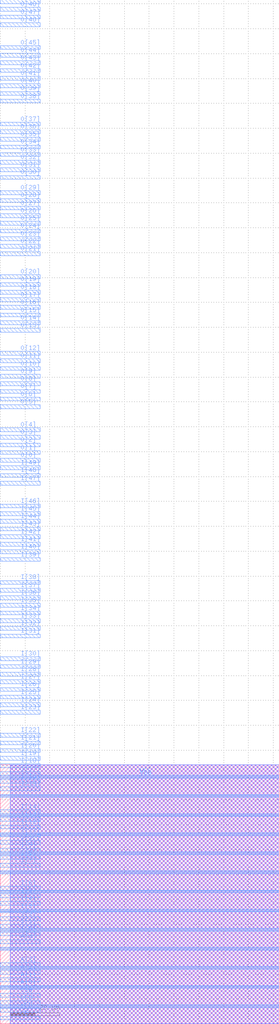
<source format=lef>
VERSION 5.6 ;
BUSBITCHARS "[]" ;
DIVIDERCHAR "/" ;

MACRO SRAM1RW32x50
  CLASS BLOCK ;
  ORIGIN 0 0 ;
  FOREIGN SRAM1RW32x50 0 0 ;
  SIZE 112.368 BY 104.064 ;
  SYMMETRY X Y ;
  SITE coreSite ;
  PIN VDD
    DIRECTION INOUT ;
    USE POWER ;
    PORT 
      LAYER M4 ;
        RECT 0.0 6.528 112.368 6.912 ;
        RECT 0.0 14.208 112.368 14.592 ;
        RECT 0.0 21.888 112.368 22.272 ;
        RECT 0.0 29.568 112.368 29.952 ;
        RECT 0.0 37.248 112.368 37.632 ;
        RECT 0.0 44.928 112.368 45.312 ;
        RECT 0.0 52.608 112.368 52.992 ;
        RECT 0.0 60.288 112.368 60.672 ;
        RECT 0.0 67.968 112.368 68.352 ;
        RECT 0.0 75.648 112.368 76.032 ;
        RECT 0.0 83.328 112.368 83.712 ;
        RECT 0.0 91.008 112.368 91.392 ;
        RECT 0.0 98.688 112.368 99.072 ;
    END 
  END VDD
  PIN VSS
    DIRECTION INOUT ;
    USE GROUND ;
    PORT 
      LAYER M4 ;
        RECT 0.0 7.296 112.368 7.68 ;
        RECT 0.0 14.976 112.368 15.36 ;
        RECT 0.0 22.656 112.368 23.04 ;
        RECT 0.0 30.336 112.368 30.72 ;
        RECT 0.0 38.016 112.368 38.4 ;
        RECT 0.0 45.696 112.368 46.08 ;
        RECT 0.0 53.376 112.368 53.76 ;
        RECT 0.0 61.056 112.368 61.44 ;
        RECT 0.0 68.736 112.368 69.12 ;
        RECT 0.0 76.416 112.368 76.8 ;
        RECT 0.0 84.096 112.368 84.48 ;
        RECT 0.0 91.776 112.368 92.16 ;
        RECT 0.0 99.456 112.368 99.84 ;
    END 
  END VSS
  PIN CE
    DIRECTION INPUT ;
    USE SIGNAL ;
    PORT 
      LAYER M4 ;
        RECT 0.0 1.536 16.0 3.072 ;
    END 
  END CE
  PIN WEB
    DIRECTION INPUT ;
    USE SIGNAL ;
    PORT 
      LAYER M4 ;
        RECT 0.0 4.608 16.0 6.144 ;
    END 
  END WEB
  PIN OEB
    DIRECTION INPUT ;
    USE SIGNAL ;
    PORT 
      LAYER M4 ;
        RECT 0.0 7.68 16.0 9.216 ;
    END 
  END OEB
  PIN CSB
    DIRECTION INPUT ;
    USE SIGNAL ;
    PORT 
      LAYER M4 ;
        RECT 0.0 10.752 16.0 12.288 ;
    END 
  END CSB
  PIN A[0]
    DIRECTION INPUT ;
    USE SIGNAL ;
    PORT 
      LAYER M4 ;
        RECT 0.0 13.824 16.0 15.36 ;
    END 
  END A[0]
  PIN A[1]
    DIRECTION INPUT ;
    USE SIGNAL ;
    PORT 
      LAYER M4 ;
        RECT 0.0 16.896 16.0 18.432 ;
    END 
  END A[1]
  PIN A[2]
    DIRECTION INPUT ;
    USE SIGNAL ;
    PORT 
      LAYER M4 ;
        RECT 0.0 19.968 16.0 21.504 ;
    END 
  END A[2]
  PIN A[3]
    DIRECTION INPUT ;
    USE SIGNAL ;
    PORT 
      LAYER M4 ;
        RECT 0.0 23.04 16.0 24.576 ;
    END 
  END A[3]
  PIN A[4]
    DIRECTION INPUT ;
    USE SIGNAL ;
    PORT 
      LAYER M4 ;
        RECT 0.0 32.256 16.0 33.792 ;
    END 
  END A[4]
  PIN I[0]
    DIRECTION INPUT ;
    USE SIGNAL ;
    PORT 
      LAYER M4 ;
        RECT 0.0 35.328 16.0 36.864 ;
    END 
  END I[0]
  PIN I[1]
    DIRECTION INPUT ;
    USE SIGNAL ;
    PORT 
      LAYER M4 ;
        RECT 0.0 38.4 16.0 39.936 ;
    END 
  END I[1]
  PIN I[2]
    DIRECTION INPUT ;
    USE SIGNAL ;
    PORT 
      LAYER M4 ;
        RECT 0.0 41.472 16.0 43.008 ;
    END 
  END I[2]
  PIN I[3]
    DIRECTION INPUT ;
    USE SIGNAL ;
    PORT 
      LAYER M4 ;
        RECT 0.0 44.544 16.0 46.08 ;
    END 
  END I[3]
  PIN I[4]
    DIRECTION INPUT ;
    USE SIGNAL ;
    PORT 
      LAYER M4 ;
        RECT 0.0 47.616 16.0 49.152 ;
    END 
  END I[4]
  PIN I[5]
    DIRECTION INPUT ;
    USE SIGNAL ;
    PORT 
      LAYER M4 ;
        RECT 0.0 50.688 16.0 52.224 ;
    END 
  END I[5]
  PIN I[6]
    DIRECTION INPUT ;
    USE SIGNAL ;
    PORT 
      LAYER M4 ;
        RECT 0.0 53.76 16.0 55.296 ;
    END 
  END I[6]
  PIN I[7]
    DIRECTION INPUT ;
    USE SIGNAL ;
    PORT 
      LAYER M4 ;
        RECT 0.0 62.976 16.0 64.512 ;
    END 
  END I[7]
  PIN I[8]
    DIRECTION INPUT ;
    USE SIGNAL ;
    PORT 
      LAYER M4 ;
        RECT 0.0 66.048 16.0 67.584 ;
    END 
  END I[8]
  PIN I[9]
    DIRECTION INPUT ;
    USE SIGNAL ;
    PORT 
      LAYER M4 ;
        RECT 0.0 69.12 16.0 70.656 ;
    END 
  END I[9]
  PIN I[10]
    DIRECTION INPUT ;
    USE SIGNAL ;
    PORT 
      LAYER M4 ;
        RECT 0.0 72.192 16.0 73.728 ;
    END 
  END I[10]
  PIN I[11]
    DIRECTION INPUT ;
    USE SIGNAL ;
    PORT 
      LAYER M4 ;
        RECT 0.0 75.264 16.0 76.8 ;
    END 
  END I[11]
  PIN I[12]
    DIRECTION INPUT ;
    USE SIGNAL ;
    PORT 
      LAYER M4 ;
        RECT 0.0 78.336 16.0 79.872 ;
    END 
  END I[12]
  PIN I[13]
    DIRECTION INPUT ;
    USE SIGNAL ;
    PORT 
      LAYER M4 ;
        RECT 0.0 81.408 16.0 82.944 ;
    END 
  END I[13]
  PIN I[14]
    DIRECTION INPUT ;
    USE SIGNAL ;
    PORT 
      LAYER M4 ;
        RECT 0.0 84.48 16.0 86.016 ;
    END 
  END I[14]
  PIN I[15]
    DIRECTION INPUT ;
    USE SIGNAL ;
    PORT 
      LAYER M4 ;
        RECT 0.0 93.696 16.0 95.232 ;
    END 
  END I[15]
  PIN I[16]
    DIRECTION INPUT ;
    USE SIGNAL ;
    PORT 
      LAYER M4 ;
        RECT 0.0 96.768 16.0 98.304 ;
    END 
  END I[16]
  PIN I[17]
    DIRECTION INPUT ;
    USE SIGNAL ;
    PORT 
      LAYER M4 ;
        RECT 0.0 99.84 16.0 101.376 ;
    END 
  END I[17]
  PIN I[18]
    DIRECTION INPUT ;
    USE SIGNAL ;
    PORT 
      LAYER M4 ;
        RECT 0.0 102.912 16.0 104.448 ;
    END 
  END I[18]
  PIN I[19]
    DIRECTION INPUT ;
    USE SIGNAL ;
    PORT 
      LAYER M4 ;
        RECT 0.0 105.984 16.0 107.52 ;
    END 
  END I[19]
  PIN I[20]
    DIRECTION INPUT ;
    USE SIGNAL ;
    PORT 
      LAYER M4 ;
        RECT 0.0 109.056 16.0 110.592 ;
    END 
  END I[20]
  PIN I[21]
    DIRECTION INPUT ;
    USE SIGNAL ;
    PORT 
      LAYER M4 ;
        RECT 0.0 112.128 16.0 113.664 ;
    END 
  END I[21]
  PIN I[22]
    DIRECTION INPUT ;
    USE SIGNAL ;
    PORT 
      LAYER M4 ;
        RECT 0.0 115.2 16.0 116.736 ;
    END 
  END I[22]
  PIN I[23]
    DIRECTION INPUT ;
    USE SIGNAL ;
    PORT 
      LAYER M4 ;
        RECT 0.0 124.416 16.0 125.952 ;
    END 
  END I[23]
  PIN I[24]
    DIRECTION INPUT ;
    USE SIGNAL ;
    PORT 
      LAYER M4 ;
        RECT 0.0 127.488 16.0 129.024 ;
    END 
  END I[24]
  PIN I[25]
    DIRECTION INPUT ;
    USE SIGNAL ;
    PORT 
      LAYER M4 ;
        RECT 0.0 130.56 16.0 132.096 ;
    END 
  END I[25]
  PIN I[26]
    DIRECTION INPUT ;
    USE SIGNAL ;
    PORT 
      LAYER M4 ;
        RECT 0.0 133.632 16.0 135.168 ;
    END 
  END I[26]
  PIN I[27]
    DIRECTION INPUT ;
    USE SIGNAL ;
    PORT 
      LAYER M4 ;
        RECT 0.0 136.704 16.0 138.24 ;
    END 
  END I[27]
  PIN I[28]
    DIRECTION INPUT ;
    USE SIGNAL ;
    PORT 
      LAYER M4 ;
        RECT 0.0 139.776 16.0 141.312 ;
    END 
  END I[28]
  PIN I[29]
    DIRECTION INPUT ;
    USE SIGNAL ;
    PORT 
      LAYER M4 ;
        RECT 0.0 142.848 16.0 144.384 ;
    END 
  END I[29]
  PIN I[30]
    DIRECTION INPUT ;
    USE SIGNAL ;
    PORT 
      LAYER M4 ;
        RECT 0.0 145.92 16.0 147.456 ;
    END 
  END I[30]
  PIN I[31]
    DIRECTION INPUT ;
    USE SIGNAL ;
    PORT 
      LAYER M4 ;
        RECT 0.0 155.136 16.0 156.672 ;
    END 
  END I[31]
  PIN I[32]
    DIRECTION INPUT ;
    USE SIGNAL ;
    PORT 
      LAYER M4 ;
        RECT 0.0 158.208 16.0 159.744 ;
    END 
  END I[32]
  PIN I[33]
    DIRECTION INPUT ;
    USE SIGNAL ;
    PORT 
      LAYER M4 ;
        RECT 0.0 161.28 16.0 162.816 ;
    END 
  END I[33]
  PIN I[34]
    DIRECTION INPUT ;
    USE SIGNAL ;
    PORT 
      LAYER M4 ;
        RECT 0.0 164.352 16.0 165.888 ;
    END 
  END I[34]
  PIN I[35]
    DIRECTION INPUT ;
    USE SIGNAL ;
    PORT 
      LAYER M4 ;
        RECT 0.0 167.424 16.0 168.96 ;
    END 
  END I[35]
  PIN I[36]
    DIRECTION INPUT ;
    USE SIGNAL ;
    PORT 
      LAYER M4 ;
        RECT 0.0 170.496 16.0 172.032 ;
    END 
  END I[36]
  PIN I[37]
    DIRECTION INPUT ;
    USE SIGNAL ;
    PORT 
      LAYER M4 ;
        RECT 0.0 173.568 16.0 175.104 ;
    END 
  END I[37]
  PIN I[38]
    DIRECTION INPUT ;
    USE SIGNAL ;
    PORT 
      LAYER M4 ;
        RECT 0.0 176.64 16.0 178.176 ;
    END 
  END I[38]
  PIN I[39]
    DIRECTION INPUT ;
    USE SIGNAL ;
    PORT 
      LAYER M4 ;
        RECT 0.0 185.856 16.0 187.392 ;
    END 
  END I[39]
  PIN I[40]
    DIRECTION INPUT ;
    USE SIGNAL ;
    PORT 
      LAYER M4 ;
        RECT 0.0 188.928 16.0 190.464 ;
    END 
  END I[40]
  PIN I[41]
    DIRECTION INPUT ;
    USE SIGNAL ;
    PORT 
      LAYER M4 ;
        RECT 0.0 192.0 16.0 193.536 ;
    END 
  END I[41]
  PIN I[42]
    DIRECTION INPUT ;
    USE SIGNAL ;
    PORT 
      LAYER M4 ;
        RECT 0.0 195.072 16.0 196.608 ;
    END 
  END I[42]
  PIN I[43]
    DIRECTION INPUT ;
    USE SIGNAL ;
    PORT 
      LAYER M4 ;
        RECT 0.0 198.144 16.0 199.68 ;
    END 
  END I[43]
  PIN I[44]
    DIRECTION INPUT ;
    USE SIGNAL ;
    PORT 
      LAYER M4 ;
        RECT 0.0 201.216 16.0 202.752 ;
    END 
  END I[44]
  PIN I[45]
    DIRECTION INPUT ;
    USE SIGNAL ;
    PORT 
      LAYER M4 ;
        RECT 0.0 204.288 16.0 205.824 ;
    END 
  END I[45]
  PIN I[46]
    DIRECTION INPUT ;
    USE SIGNAL ;
    PORT 
      LAYER M4 ;
        RECT 0.0 207.36 16.0 208.896 ;
    END 
  END I[46]
  PIN I[47]
    DIRECTION INPUT ;
    USE SIGNAL ;
    PORT 
      LAYER M4 ;
        RECT 0.0 216.576 16.0 218.112 ;
    END 
  END I[47]
  PIN I[48]
    DIRECTION INPUT ;
    USE SIGNAL ;
    PORT 
      LAYER M4 ;
        RECT 0.0 219.648 16.0 221.184 ;
    END 
  END I[48]
  PIN I[49]
    DIRECTION INPUT ;
    USE SIGNAL ;
    PORT 
      LAYER M4 ;
        RECT 0.0 222.72 16.0 224.256 ;
    END 
  END I[49]
  PIN O[0]
    DIRECTION OUTPUT ;
    USE SIGNAL ;
    PORT 
      LAYER M4 ;
        RECT 0.0 225.792 16.0 227.328 ;
    END 
  END O[0]
  PIN O[1]
    DIRECTION OUTPUT ;
    USE SIGNAL ;
    PORT 
      LAYER M4 ;
        RECT 0.0 228.864 16.0 230.4 ;
    END 
  END O[1]
  PIN O[2]
    DIRECTION OUTPUT ;
    USE SIGNAL ;
    PORT 
      LAYER M4 ;
        RECT 0.0 231.936 16.0 233.472 ;
    END 
  END O[2]
  PIN O[3]
    DIRECTION OUTPUT ;
    USE SIGNAL ;
    PORT 
      LAYER M4 ;
        RECT 0.0 235.008 16.0 236.544 ;
    END 
  END O[3]
  PIN O[4]
    DIRECTION OUTPUT ;
    USE SIGNAL ;
    PORT 
      LAYER M4 ;
        RECT 0.0 238.08 16.0 239.616 ;
    END 
  END O[4]
  PIN O[5]
    DIRECTION OUTPUT ;
    USE SIGNAL ;
    PORT 
      LAYER M4 ;
        RECT 0.0 247.296 16.0 248.832 ;
    END 
  END O[5]
  PIN O[6]
    DIRECTION OUTPUT ;
    USE SIGNAL ;
    PORT 
      LAYER M4 ;
        RECT 0.0 250.368 16.0 251.904 ;
    END 
  END O[6]
  PIN O[7]
    DIRECTION OUTPUT ;
    USE SIGNAL ;
    PORT 
      LAYER M4 ;
        RECT 0.0 253.44 16.0 254.976 ;
    END 
  END O[7]
  PIN O[8]
    DIRECTION OUTPUT ;
    USE SIGNAL ;
    PORT 
      LAYER M4 ;
        RECT 0.0 256.512 16.0 258.048 ;
    END 
  END O[8]
  PIN O[9]
    DIRECTION OUTPUT ;
    USE SIGNAL ;
    PORT 
      LAYER M4 ;
        RECT 0.0 259.584 16.0 261.12 ;
    END 
  END O[9]
  PIN O[10]
    DIRECTION OUTPUT ;
    USE SIGNAL ;
    PORT 
      LAYER M4 ;
        RECT 0.0 262.656 16.0 264.192 ;
    END 
  END O[10]
  PIN O[11]
    DIRECTION OUTPUT ;
    USE SIGNAL ;
    PORT 
      LAYER M4 ;
        RECT 0.0 265.728 16.0 267.264 ;
    END 
  END O[11]
  PIN O[12]
    DIRECTION OUTPUT ;
    USE SIGNAL ;
    PORT 
      LAYER M4 ;
        RECT 0.0 268.8 16.0 270.336 ;
    END 
  END O[12]
  PIN O[13]
    DIRECTION OUTPUT ;
    USE SIGNAL ;
    PORT 
      LAYER M4 ;
        RECT 0.0 278.016 16.0 279.552 ;
    END 
  END O[13]
  PIN O[14]
    DIRECTION OUTPUT ;
    USE SIGNAL ;
    PORT 
      LAYER M4 ;
        RECT 0.0 281.088 16.0 282.624 ;
    END 
  END O[14]
  PIN O[15]
    DIRECTION OUTPUT ;
    USE SIGNAL ;
    PORT 
      LAYER M4 ;
        RECT 0.0 284.16 16.0 285.696 ;
    END 
  END O[15]
  PIN O[16]
    DIRECTION OUTPUT ;
    USE SIGNAL ;
    PORT 
      LAYER M4 ;
        RECT 0.0 287.232 16.0 288.768 ;
    END 
  END O[16]
  PIN O[17]
    DIRECTION OUTPUT ;
    USE SIGNAL ;
    PORT 
      LAYER M4 ;
        RECT 0.0 290.304 16.0 291.84 ;
    END 
  END O[17]
  PIN O[18]
    DIRECTION OUTPUT ;
    USE SIGNAL ;
    PORT 
      LAYER M4 ;
        RECT 0.0 293.376 16.0 294.912 ;
    END 
  END O[18]
  PIN O[19]
    DIRECTION OUTPUT ;
    USE SIGNAL ;
    PORT 
      LAYER M4 ;
        RECT 0.0 296.448 16.0 297.984 ;
    END 
  END O[19]
  PIN O[20]
    DIRECTION OUTPUT ;
    USE SIGNAL ;
    PORT 
      LAYER M4 ;
        RECT 0.0 299.52 16.0 301.056 ;
    END 
  END O[20]
  PIN O[21]
    DIRECTION OUTPUT ;
    USE SIGNAL ;
    PORT 
      LAYER M4 ;
        RECT 0.0 308.736 16.0 310.272 ;
    END 
  END O[21]
  PIN O[22]
    DIRECTION OUTPUT ;
    USE SIGNAL ;
    PORT 
      LAYER M4 ;
        RECT 0.0 311.808 16.0 313.344 ;
    END 
  END O[22]
  PIN O[23]
    DIRECTION OUTPUT ;
    USE SIGNAL ;
    PORT 
      LAYER M4 ;
        RECT 0.0 314.88 16.0 316.416 ;
    END 
  END O[23]
  PIN O[24]
    DIRECTION OUTPUT ;
    USE SIGNAL ;
    PORT 
      LAYER M4 ;
        RECT 0.0 317.952 16.0 319.488 ;
    END 
  END O[24]
  PIN O[25]
    DIRECTION OUTPUT ;
    USE SIGNAL ;
    PORT 
      LAYER M4 ;
        RECT 0.0 321.024 16.0 322.56 ;
    END 
  END O[25]
  PIN O[26]
    DIRECTION OUTPUT ;
    USE SIGNAL ;
    PORT 
      LAYER M4 ;
        RECT 0.0 324.096 16.0 325.632 ;
    END 
  END O[26]
  PIN O[27]
    DIRECTION OUTPUT ;
    USE SIGNAL ;
    PORT 
      LAYER M4 ;
        RECT 0.0 327.168 16.0 328.704 ;
    END 
  END O[27]
  PIN O[28]
    DIRECTION OUTPUT ;
    USE SIGNAL ;
    PORT 
      LAYER M4 ;
        RECT 0.0 330.24 16.0 331.776 ;
    END 
  END O[28]
  PIN O[29]
    DIRECTION OUTPUT ;
    USE SIGNAL ;
    PORT 
      LAYER M4 ;
        RECT 0.0 333.312 16.0 334.848 ;
    END 
  END O[29]
  PIN O[30]
    DIRECTION OUTPUT ;
    USE SIGNAL ;
    PORT 
      LAYER M4 ;
        RECT 0.0 339.456 16.0 340.992 ;
    END 
  END O[30]
  PIN O[31]
    DIRECTION OUTPUT ;
    USE SIGNAL ;
    PORT 
      LAYER M4 ;
        RECT 0.0 342.528 16.0 344.064 ;
    END 
  END O[31]
  PIN O[32]
    DIRECTION OUTPUT ;
    USE SIGNAL ;
    PORT 
      LAYER M4 ;
        RECT 0.0 345.6 16.0 347.136 ;
    END 
  END O[32]
  PIN O[33]
    DIRECTION OUTPUT ;
    USE SIGNAL ;
    PORT 
      LAYER M4 ;
        RECT 0.0 348.672 16.0 350.208 ;
    END 
  END O[33]
  PIN O[34]
    DIRECTION OUTPUT ;
    USE SIGNAL ;
    PORT 
      LAYER M4 ;
        RECT 0.0 351.744 16.0 353.28 ;
    END 
  END O[34]
  PIN O[35]
    DIRECTION OUTPUT ;
    USE SIGNAL ;
    PORT 
      LAYER M4 ;
        RECT 0.0 354.816 16.0 356.352 ;
    END 
  END O[35]
  PIN O[36]
    DIRECTION OUTPUT ;
    USE SIGNAL ;
    PORT 
      LAYER M4 ;
        RECT 0.0 357.888 16.0 359.424 ;
    END 
  END O[36]
  PIN O[37]
    DIRECTION OUTPUT ;
    USE SIGNAL ;
    PORT 
      LAYER M4 ;
        RECT 0.0 360.96 16.0 362.496 ;
    END 
  END O[37]
  PIN O[38]
    DIRECTION OUTPUT ;
    USE SIGNAL ;
    PORT 
      LAYER M4 ;
        RECT 0.0 370.176 16.0 371.712 ;
    END 
  END O[38]
  PIN O[39]
    DIRECTION OUTPUT ;
    USE SIGNAL ;
    PORT 
      LAYER M4 ;
        RECT 0.0 373.248 16.0 374.784 ;
    END 
  END O[39]
  PIN O[40]
    DIRECTION OUTPUT ;
    USE SIGNAL ;
    PORT 
      LAYER M4 ;
        RECT 0.0 376.32 16.0 377.856 ;
    END 
  END O[40]
  PIN O[41]
    DIRECTION OUTPUT ;
    USE SIGNAL ;
    PORT 
      LAYER M4 ;
        RECT 0.0 379.392 16.0 380.928 ;
    END 
  END O[41]
  PIN O[42]
    DIRECTION OUTPUT ;
    USE SIGNAL ;
    PORT 
      LAYER M4 ;
        RECT 0.0 382.464 16.0 384.0 ;
    END 
  END O[42]
  PIN O[43]
    DIRECTION OUTPUT ;
    USE SIGNAL ;
    PORT 
      LAYER M4 ;
        RECT 0.0 385.536 16.0 387.072 ;
    END 
  END O[43]
  PIN O[44]
    DIRECTION OUTPUT ;
    USE SIGNAL ;
    PORT 
      LAYER M4 ;
        RECT 0.0 388.608 16.0 390.144 ;
    END 
  END O[44]
  PIN O[45]
    DIRECTION OUTPUT ;
    USE SIGNAL ;
    PORT 
      LAYER M4 ;
        RECT 0.0 391.68 16.0 393.216 ;
    END 
  END O[45]
  PIN O[46]
    DIRECTION OUTPUT ;
    USE SIGNAL ;
    PORT 
      LAYER M4 ;
        RECT 0.0 400.896 16.0 402.432 ;
    END 
  END O[46]
  PIN O[47]
    DIRECTION OUTPUT ;
    USE SIGNAL ;
    PORT 
      LAYER M4 ;
        RECT 0.0 403.968 16.0 405.504 ;
    END 
  END O[47]
  PIN O[48]
    DIRECTION OUTPUT ;
    USE SIGNAL ;
    PORT 
      LAYER M4 ;
        RECT 0.0 407.04 16.0 408.576 ;
    END 
  END O[48]
  PIN O[49]
    DIRECTION OUTPUT ;
    USE SIGNAL ;
    PORT 
      LAYER M4 ;
        RECT 0.0 410.112 16.0 411.648 ;
    END 
  END O[49]
  OBS 
    LAYER M1 ;
      RECT 4.0 0.0 112.368 104.064 ;
    LAYER M2 ;
      RECT 4.0 0.0 112.368 104.064 ;
    LAYER M3 ;
      RECT 4.0 0.0 112.368 104.064 ;
  END 
END SRAM1RW32x50

END LIBRARY
</source>
